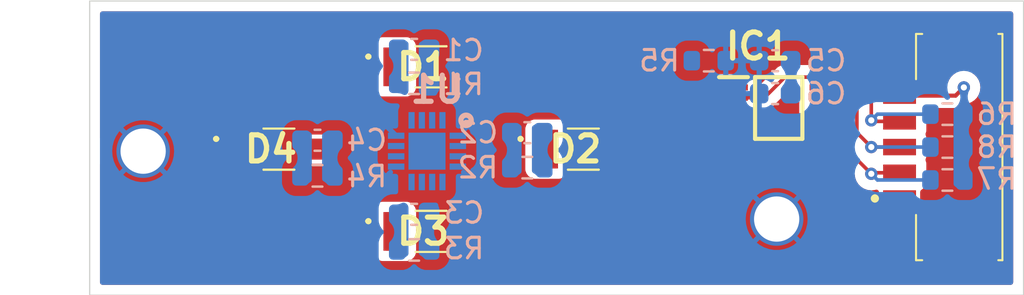
<source format=kicad_pcb>
(kicad_pcb (version 20240108) (generator "pcbnew") (generator_version "8.0")
  (layers (0 "F.Cu" signal) (31 "B.Cu" signal) (34 "B.Paste" user) (35 "F.Paste" user) (36 "B.SilkS" user "B.Silkscreen") (37 "F.SilkS" user "F.Silkscreen") (38 "B.Mask" user) (39 "F.Mask" user) (44 "Edge.Cuts" user))
  (net 0 "")
  (net 1 "/16bit I2C ADC/IN0")
  (net 2 "Net-(D1-ANODE_1)")
  (net 3 "Net-(D2-ANODE_1)")
  (net 4 "/16bit I2C ADC/IN1")
  (net 5 "Net-(D3-ANODE_1)")
  (net 6 "/16bit I2C ADC/IN2")
  (net 7 "Net-(D4-ANODE_1)")
  (net 8 "/16bit I2C ADC/IN3")
  (net 9 "GND")
  (net 10 "/16bit I2C ADC/SDA")
  (net 11 "/16bit I2C ADC/alert{slash}ready")
  (net 12 "/16bit I2C ADC/SLC")
  (net 13 "Net-(IC1-ADDR)")
  (net 14 "+3V3")
  (footprint "532610571TR250:532610571TR250" (layer "F.Cu") (at 176.975 67.1 90)
    (property "Reference" "J1" (hide yes))
    (property "Value" "53261-0571" (hide yes))
    (fp_line (start -2.4 -2) (end -2.4 -2) (stroke (width 0.2)) (layer "F.SilkS"))
    (fp_line (start -2.6 -2) (end -2.6 -2) (stroke (width 0.2)) (layer "F.SilkS"))
    (fp_line (start 5.5 0) (end 5.5 0.3) (stroke (width 0.1)) (layer "F.SilkS"))
    (fp_line (start 3.3 0) (end 5.5 0) (stroke (width 0.1)) (layer "F.SilkS"))
    (fp_line (start -3.3 0) (end -5.5 0) (stroke (width 0.1)) (layer "F.SilkS"))
    (fp_line (start -5.5 0) (end -5.5 0.3) (stroke (width 0.1)) (layer "F.SilkS"))
    (fp_line (start -5.5 4) (end -5.5 4.2) (stroke (width 0.1)) (layer "F.SilkS"))
    (fp_line (start 5.5 4.2) (end 5.5 4) (stroke (width 0.1)) (layer "F.SilkS"))
    (fp_line (start -5.5 4.2) (end 5.5 4.2) (stroke (width 0.1)) (layer "F.SilkS"))
    (fp_arc (start -2.4 -2) (mid -2.5 -1.9) (end -2.6 -2) (stroke (width 0.2)) (layer "F.SilkS"))
    (fp_arc (start -2.6 -2) (mid -2.5 -2.1) (end -2.4 -2) (stroke (width 0.2)) (layer "F.SilkS"))
    (pad "1" smd rect (at -2.5 -0.8 90) (size 0.8 1.6) (layers "F.Cu" "F.Paste" "F.Mask") (net 9 "GND"))
    (pad "2" smd rect (at -1.25 -0.8 90) (size 0.8 1.6) (layers "F.Cu" "F.Paste" "F.Mask") (net 10 "/16bit I2C ADC/SDA"))
    (pad "3" smd rect (at 0 -0.8 90) (size 0.8 1.6) (layers "F.Cu" "F.Paste" "F.Mask") (net 12 "/16bit I2C ADC/SLC"))
    (pad "4" smd rect (at 1.25 -0.8 90) (size 0.8 1.6) (layers "F.Cu" "F.Paste" "F.Mask") (net 11 "/16bit I2C ADC/alert{slash}ready"))
    (pad "5" smd rect (at 2.5 -0.8 90) (size 0.8 1.6) (layers "F.Cu" "F.Paste" "F.Mask") (net 14 "+3V3"))
    (pad "MP1" smd rect (at -5.05 2.1 90) (size 2.1 3) (layers "F.Cu" "F.Paste" "F.Mask") (net 9 "GND"))
    (pad "MP2" smd rect (at 5.05 2.1 90) (size 2.1 3) (layers "F.Cu" "F.Paste" "F.Mask") (net 9 "GND"))
  )
  (footprint "VEMD6060X01:VEMD6060X01" (layer "F.Cu") (at 153.4 71.2)
    (property "Reference" "D3" (at -0.39 0 0) (layer "F.SilkS") (effects (font (size 1.27 1.27) (thickness 0.254))))
    (property "Value" "VEMD6060X01" (hide yes))
    (fp_line (start -3.1 -0.5) (end -3.1 -0.5) (stroke (width 0.2)) (layer "F.SilkS"))
    (fp_line (start -3.1 -0.5) (end -3.1 -0.5) (stroke (width 0.2)) (layer "F.SilkS"))
    (fp_line (start -3 -0.5) (end -3 -0.5) (stroke (width 0.2)) (layer "F.SilkS"))
    (fp_line (start -0.75 -1) (end -0.75 -1) (stroke (width 0.1)) (layer "F.SilkS"))
    (fp_line (start -0.75 -1) (end 0.75 -1) (stroke (width 0.1)) (layer "F.SilkS"))
    (fp_line (start -0.75 1) (end -0.75 1) (stroke (width 0.1)) (layer "F.SilkS"))
    (fp_line (start -0.75 1) (end 0.75 1) (stroke (width 0.1)) (layer "F.SilkS"))
    (fp_line (start 0.75 -1) (end -0.75 -1) (stroke (width 0.1)) (layer "F.SilkS"))
    (fp_line (start 0.75 -1) (end 0.75 -1) (stroke (width 0.1)) (layer "F.SilkS"))
    (fp_line (start 0.75 1) (end -0.75 1) (stroke (width 0.1)) (layer "F.SilkS"))
    (fp_line (start 0.75 1) (end 0.75 1) (stroke (width 0.1)) (layer "F.SilkS"))
    (fp_arc (start -3.1 -0.5) (mid -3.05 -0.55) (end -3 -0.5) (stroke (width 0.2)) (layer "F.SilkS"))
    (fp_arc (start -3 -0.5) (mid -3.05 -0.45) (end -3.1 -0.5) (stroke (width 0.2)) (layer "F.SilkS"))
    (fp_arc (start -3 -0.5) (mid -3.05 -0.45) (end -3.1 -0.5) (stroke (width 0.2)) (layer "F.SilkS"))
    (pad "1" smd rect (at -1.775 -0.5 90) (size 0.88 1.09) (layers "F.Cu" "F.Paste" "F.Mask") (net 5 "Net-(D3-ANODE_1)"))
    (pad "2" smd rect (at -1.775 0.5 90) (size 0.88 1.09) (layers "F.Cu" "F.Paste" "F.Mask") (net 5 "Net-(D3-ANODE_1)"))
    (pad "3" smd rect (at 1.775 0 90) (size 1.02 1.09) (layers "F.Cu" "F.Paste" "F.Mask") (net 9 "GND"))
  )
  (footprint "VEMD6060X01:VEMD6060X01" (layer "F.Cu") (at 160.8 67.2)
    (property "Reference" "D2" (at -0.39 0 0) (layer "F.SilkS") (effects (font (size 1.27 1.27) (thickness 0.254))))
    (property "Value" "VEMD6060X01" (hide yes))
    (fp_line (start -3.1 -0.5) (end -3.1 -0.5) (stroke (width 0.2)) (layer "F.SilkS"))
    (fp_line (start -3.1 -0.5) (end -3.1 -0.5) (stroke (width 0.2)) (layer "F.SilkS"))
    (fp_line (start -3 -0.5) (end -3 -0.5) (stroke (width 0.2)) (layer "F.SilkS"))
    (fp_line (start -0.75 -1) (end -0.75 -1) (stroke (width 0.1)) (layer "F.SilkS"))
    (fp_line (start -0.75 -1) (end 0.75 -1) (stroke (width 0.1)) (layer "F.SilkS"))
    (fp_line (start -0.75 1) (end -0.75 1) (stroke (width 0.1)) (layer "F.SilkS"))
    (fp_line (start -0.75 1) (end 0.75 1) (stroke (width 0.1)) (layer "F.SilkS"))
    (fp_line (start 0.75 -1) (end -0.75 -1) (stroke (width 0.1)) (layer "F.SilkS"))
    (fp_line (start 0.75 -1) (end 0.75 -1) (stroke (width 0.1)) (layer "F.SilkS"))
    (fp_line (start 0.75 1) (end -0.75 1) (stroke (width 0.1)) (layer "F.SilkS"))
    (fp_line (start 0.75 1) (end 0.75 1) (stroke (width 0.1)) (layer "F.SilkS"))
    (fp_arc (start -3.1 -0.5) (mid -3.05 -0.55) (end -3 -0.5) (stroke (width 0.2)) (layer "F.SilkS"))
    (fp_arc (start -3 -0.5) (mid -3.05 -0.45) (end -3.1 -0.5) (stroke (width 0.2)) (layer "F.SilkS"))
    (fp_arc (start -3 -0.5) (mid -3.05 -0.45) (end -3.1 -0.5) (stroke (width 0.2)) (layer "F.SilkS"))
    (pad "1" smd rect (at -1.775 -0.5 90) (size 0.88 1.09) (layers "F.Cu" "F.Paste" "F.Mask") (net 3 "Net-(D2-ANODE_1)"))
    (pad "2" smd rect (at -1.775 0.5 90) (size 0.88 1.09) (layers "F.Cu" "F.Paste" "F.Mask") (net 3 "Net-(D2-ANODE_1)"))
    (pad "3" smd rect (at 1.775 0 90) (size 1.02 1.09) (layers "F.Cu" "F.Paste" "F.Mask") (net 9 "GND"))
  )
  (footprint "MountingHole:MountingHole_2.2mm_M2_ISO7380_Pad_TopOnly" (layer "F.Cu") (at 170.2 70.6)
    (property "Reference" "H2" (hide yes))
    (property "Value" "MountingHole_Pad")
    (pad "1" thru_hole circle (at 0 0) (size 2.6 2.6) (drill 2.2) (layers "*.Cu" "*.Mask") (net 9 "GND"))
    (pad "1" connect circle (at 0 0) (size 3.5 3.5) (layers "F.Cu" "F.Mask") (net 9 "GND"))
  )
  (footprint "VEMD6060X01:VEMD6060X01" (layer "F.Cu") (at 146 67.2)
    (property "Reference" "D4" (at -0.39 0 0) (layer "F.SilkS") (effects (font (size 1.27 1.27) (thickness 0.254))))
    (property "Value" "VEMD6060X01" (hide yes))
    (fp_line (start -3.1 -0.5) (end -3.1 -0.5) (stroke (width 0.2)) (layer "F.SilkS"))
    (fp_line (start -3.1 -0.5) (end -3.1 -0.5) (stroke (width 0.2)) (layer "F.SilkS"))
    (fp_line (start -3 -0.5) (end -3 -0.5) (stroke (width 0.2)) (layer "F.SilkS"))
    (fp_line (start -0.75 -1) (end -0.75 -1) (stroke (width 0.1)) (layer "F.SilkS"))
    (fp_line (start -0.75 -1) (end 0.75 -1) (stroke (width 0.1)) (layer "F.SilkS"))
    (fp_line (start -0.75 1) (end -0.75 1) (stroke (width 0.1)) (layer "F.SilkS"))
    (fp_line (start -0.75 1) (end 0.75 1) (stroke (width 0.1)) (layer "F.SilkS"))
    (fp_line (start 0.75 -1) (end -0.75 -1) (stroke (width 0.1)) (layer "F.SilkS"))
    (fp_line (start 0.75 -1) (end 0.75 -1) (stroke (width 0.1)) (layer "F.SilkS"))
    (fp_line (start 0.75 1) (end -0.75 1) (stroke (width 0.1)) (layer "F.SilkS"))
    (fp_line (start 0.75 1) (end 0.75 1) (stroke (width 0.1)) (layer "F.SilkS"))
    (fp_arc (start -3.1 -0.5) (mid -3.05 -0.55) (end -3 -0.5) (stroke (width 0.2)) (layer "F.SilkS"))
    (fp_arc (start -3 -0.5) (mid -3.05 -0.45) (end -3.1 -0.5) (stroke (width 0.2)) (layer "F.SilkS"))
    (fp_arc (start -3 -0.5) (mid -3.05 -0.45) (end -3.1 -0.5) (stroke (width 0.2)) (layer "F.SilkS"))
    (pad "1" smd rect (at -1.775 -0.5 90) (size 0.88 1.09) (layers "F.Cu" "F.Paste" "F.Mask") (net 7 "Net-(D4-ANODE_1)"))
    (pad "2" smd rect (at -1.775 0.5 90) (size 0.88 1.09) (layers "F.Cu" "F.Paste" "F.Mask") (net 7 "Net-(D4-ANODE_1)"))
    (pad "3" smd rect (at 1.775 0 90) (size 1.02 1.09) (layers "F.Cu" "F.Paste" "F.Mask") (net 9 "GND"))
  )
  (footprint "MountingHole:MountingHole_2.2mm_M2_ISO7380_Pad_TopOnly" (layer "F.Cu") (at 139.4 67.3)
    (property "Reference" "H1" (hide yes))
    (property "Value" "MountingHole_Pad")
    (pad "1" thru_hole circle (at 0 0) (size 2.6 2.6) (drill 2.2) (layers "*.Cu" "*.Mask") (net 9 "GND"))
    (pad "1" connect circle (at 0 0) (size 3.5 3.5) (layers "F.Cu" "F.Mask") (net 9 "GND"))
  )
  (footprint "ADS1115IDGSR:SOP50P490X110-10N" (layer "F.Cu") (at 170.3 65.2)
    (property "Reference" "IC1" (at -1 -3 0) (layer "F.SilkS") (effects (font (size 1.27 1.27) (thickness 0.254))))
    (property "Value" "ADS1115IDGSR" (hide yes))
    (fp_line (start -2.9 -1.5) (end -1.5 -1.5) (stroke (width 0.2)) (layer "F.SilkS"))
    (fp_line (start -1.15 -1.5) (end 1.15 -1.5) (stroke (width 0.2)) (layer "F.SilkS"))
    (fp_line (start -1.15 1.5) (end -1.15 -1.5) (stroke (width 0.2)) (layer "F.SilkS"))
    (fp_line (start 1.15 -1.5) (end 1.15 1.5) (stroke (width 0.2)) (layer "F.SilkS"))
    (fp_line (start 1.15 1.5) (end -1.15 1.5) (stroke (width 0.2)) (layer "F.SilkS"))
    (pad "1" smd rect (at -2.2 -1 90) (size 0.3 1.4) (layers "F.Cu" "F.Paste" "F.Mask") (net 13 "Net-(IC1-ADDR)"))
    (pad "2" smd rect (at -2.2 -0.5 90) (size 0.3 1.4) (layers "F.Cu" "F.Paste" "F.Mask") (net 11 "/16bit I2C ADC/alert{slash}ready"))
    (pad "3" smd rect (at -2.2 0 90) (size 0.3 1.4) (layers "F.Cu" "F.Paste" "F.Mask") (net 9 "GND"))
    (pad "4" smd rect (at -2.2 0.5 90) (size 0.3 1.4) (layers "F.Cu" "F.Paste" "F.Mask") (net 1 "/16bit I2C ADC/IN0"))
    (pad "5" smd rect (at -2.2 1 90) (size 0.3 1.4) (layers "F.Cu" "F.Paste" "F.Mask") (net 4 "/16bit I2C ADC/IN1"))
    (pad "6" smd rect (at 2.2 1 90) (size 0.3 1.4) (layers "F.Cu" "F.Paste" "F.Mask") (net 6 "/16bit I2C ADC/IN2"))
    (pad "7" smd rect (at 2.2 0.5 90) (size 0.3 1.4) (layers "F.Cu" "F.Paste" "F.Mask") (net 8 "/16bit I2C ADC/IN3"))
    (pad "8" smd rect (at 2.2 0 90) (size 0.3 1.4) (layers "F.Cu" "F.Paste" "F.Mask") (net 14 "+3V3"))
    (pad "9" smd rect (at 2.2 -0.5 90) (size 0.3 1.4) (layers "F.Cu" "F.Paste" "F.Mask") (net 10 "/16bit I2C ADC/SDA"))
    (pad "10" smd rect (at 2.2 -1 90) (size 0.3 1.4) (layers "F.Cu" "F.Paste" "F.Mask") (net 12 "/16bit I2C ADC/SLC"))
  )
  (footprint "VEMD6060X01:VEMD6060X01" (layer "F.Cu") (at 153.4 63.2)
    (property "Reference" "D1" (at -0.39 0 0) (layer "F.SilkS") (effects (font (size 1.27 1.27) (thickness 0.254))))
    (property "Value" "VEMD6060X01" (hide yes))
    (fp_line (start -3.1 -0.5) (end -3.1 -0.5) (stroke (width 0.2)) (layer "F.SilkS"))
    (fp_line (start -3.1 -0.5) (end -3.1 -0.5) (stroke (width 0.2)) (layer "F.SilkS"))
    (fp_line (start -3 -0.5) (end -3 -0.5) (stroke (width 0.2)) (layer "F.SilkS"))
    (fp_line (start -0.75 -1) (end -0.75 -1) (stroke (width 0.1)) (layer "F.SilkS"))
    (fp_line (start -0.75 -1) (end 0.75 -1) (stroke (width 0.1)) (layer "F.SilkS"))
    (fp_line (start -0.75 1) (end -0.75 1) (stroke (width 0.1)) (layer "F.SilkS"))
    (fp_line (start -0.75 1) (end 0.75 1) (stroke (width 0.1)) (layer "F.SilkS"))
    (fp_line (start 0.75 -1) (end -0.75 -1) (stroke (width 0.1)) (layer "F.SilkS"))
    (fp_line (start 0.75 -1) (end 0.75 -1) (stroke (width 0.1)) (layer "F.SilkS"))
    (fp_line (start 0.75 1) (end -0.75 1) (stroke (width 0.1)) (layer "F.SilkS"))
    (fp_line (start 0.75 1) (end 0.75 1) (stroke (width 0.1)) (layer "F.SilkS"))
    (fp_arc (start -3.1 -0.5) (mid -3.05 -0.55) (end -3 -0.5) (stroke (width 0.2)) (layer "F.SilkS"))
    (fp_arc (start -3 -0.5) (mid -3.05 -0.45) (end -3.1 -0.5) (stroke (width 0.2)) (layer "F.SilkS"))
    (fp_arc (start -3 -0.5) (mid -3.05 -0.45) (end -3.1 -0.5) (stroke (width 0.2)) (layer "F.SilkS"))
    (pad "1" smd rect (at -1.775 -0.5 90) (size 0.88 1.09) (layers "F.Cu" "F.Paste" "F.Mask") (net 2 "Net-(D1-ANODE_1)"))
    (pad "2" smd rect (at -1.775 0.5 90) (size 0.88 1.09) (layers "F.Cu" "F.Paste" "F.Mask") (net 2 "Net-(D1-ANODE_1)"))
    (pad "3" smd rect (at 1.775 0 90) (size 1.02 1.09) (layers "F.Cu" "F.Paste" "F.Mask") (net 9 "GND"))
  )
  (footprint "Resistor_SMD:R_0603_1608Metric" (layer "B.Cu") (at 178.5 65.5)
    (property "Reference" "R6" (at 2.4 0 0) (layer "B.SilkS") (effects (justify mirror)))
    (property "Value" "10K")
    (fp_line (start 0.237258 -0.5225) (end -0.237258 -0.5225) (stroke (width 0.12)) (layer "B.SilkS"))
    (fp_line (start 0.237258 0.5225) (end -0.237258 0.5225) (stroke (width 0.12)) (layer "B.SilkS"))
    (pad "1" smd roundrect (at -0.825 0) (size 0.8 0.95) (layers "B.Cu" "B.Paste" "B.Mask") (net 11 "/16bit I2C ADC/alert{slash}ready"))
    (pad "2" smd roundrect (at 0.825 0) (size 0.8 0.95) (layers "B.Cu" "B.Paste" "B.Mask") (net 14 "+3V3"))
  )
  (footprint "Capacitor_SMD:C_0603_1608Metric" (layer "B.Cu") (at 152.575 70.37)
    (property "Reference" "C3" (at 2.425 -0.07 360) (layer "B.SilkS") (effects (justify mirror)))
    (property "Value" "C")
    (fp_line (start 0.14058 -0.51) (end -0.14058 -0.51) (stroke (width 0.12)) (layer "B.SilkS"))
    (fp_line (start 0.14058 0.51) (end -0.14058 0.51) (stroke (width 0.12)) (layer "B.SilkS"))
    (pad "1" smd roundrect (at -0.775 0) (size 0.9 0.95) (layers "B.Cu" "B.Paste" "B.Mask") (net 5 "Net-(D3-ANODE_1)"))
    (pad "2" smd roundrect (at 0.775 0) (size 0.9 0.95) (layers "B.Cu" "B.Paste" "B.Mask") (net 6 "/16bit I2C ADC/IN2"))
  )
  (footprint "Resistor_SMD:R_0603_1608Metric" (layer "B.Cu") (at 178.5 68.7)
    (property "Reference" "R7" (at 2.4 -0.05 0) (layer "B.SilkS") (effects (justify mirror)))
    (property "Value" "10K")
    (fp_line (start 0.237258 -0.5225) (end -0.237258 -0.5225) (stroke (width 0.12)) (layer "B.SilkS"))
    (fp_line (start 0.237258 0.5225) (end -0.237258 0.5225) (stroke (width 0.12)) (layer "B.SilkS"))
    (pad "1" smd roundrect (at -0.825 0) (size 0.8 0.95) (layers "B.Cu" "B.Paste" "B.Mask") (net 10 "/16bit I2C ADC/SDA"))
    (pad "2" smd roundrect (at 0.825 0) (size 0.8 0.95) (layers "B.Cu" "B.Paste" "B.Mask") (net 14 "+3V3"))
  )
  (footprint "Resistor_SMD:R_0603_1608Metric" (layer "B.Cu") (at 152.575 64)
    (property "Reference" "R1" (at 2.4 0.05 360) (layer "B.SilkS") (effects (justify mirror)))
    (property "Value" "R")
    (fp_line (start 0.237258 -0.5225) (end -0.237258 -0.5225) (stroke (width 0.12)) (layer "B.SilkS"))
    (fp_line (start 0.237258 0.5225) (end -0.237258 0.5225) (stroke (width 0.12)) (layer "B.SilkS"))
    (pad "1" smd roundrect (at -0.825 0) (size 0.8 0.95) (layers "B.Cu" "B.Paste" "B.Mask") (net 2 "Net-(D1-ANODE_1)"))
    (pad "2" smd roundrect (at 0.825 0) (size 0.8 0.95) (layers "B.Cu" "B.Paste" "B.Mask") (net 1 "/16bit I2C ADC/IN0"))
  )
  (footprint "Resistor_SMD:R_0603_1608Metric" (layer "B.Cu") (at 152.575 72.1)
    (property "Reference" "R3" (at 2.425 -0.07 360) (layer "B.SilkS") (effects (justify mirror)))
    (property "Value" "R")
    (fp_line (start 0.237258 -0.5225) (end -0.237258 -0.5225) (stroke (width 0.12)) (layer "B.SilkS"))
    (fp_line (start 0.237258 0.5225) (end -0.237258 0.5225) (stroke (width 0.12)) (layer "B.SilkS"))
    (pad "1" smd roundrect (at -0.825 0) (size 0.8 0.95) (layers "B.Cu" "B.Paste" "B.Mask") (net 5 "Net-(D3-ANODE_1)"))
    (pad "2" smd roundrect (at 0.825 0) (size 0.8 0.95) (layers "B.Cu" "B.Paste" "B.Mask") (net 6 "/16bit I2C ADC/IN2"))
  )
  (footprint "Capacitor_SMD:C_0603_1608Metric" (layer "B.Cu") (at 158.075 66.4 180)
    (property "Reference" "C2" (at 2.4 0 360) (layer "B.SilkS") (effects (justify mirror)))
    (property "Value" "C")
    (fp_line (start 0.14058 0.51) (end -0.14058 0.51) (stroke (width 0.12)) (layer "B.SilkS"))
    (fp_line (start 0.14058 -0.51) (end -0.14058 -0.51) (stroke (width 0.12)) (layer "B.SilkS"))
    (pad "1" smd roundrect (at -0.775 0 180) (size 0.9 0.95) (layers "B.Cu" "B.Paste" "B.Mask") (net 3 "Net-(D2-ANODE_1)"))
    (pad "2" smd roundrect (at 0.775 0 180) (size 0.9 0.95) (layers "B.Cu" "B.Paste" "B.Mask") (net 4 "/16bit I2C ADC/IN1"))
  )
  (footprint "Capacitor_SMD:C_0603_1608Metric" (layer "B.Cu") (at 152.575 62.35)
    (property "Reference" "C1" (at 2.4 0.05 360) (layer "B.SilkS") (effects (justify mirror)))
    (property "Value" "C")
    (fp_line (start 0.14058 -0.51) (end -0.14058 -0.51) (stroke (width 0.12)) (layer "B.SilkS"))
    (fp_line (start 0.14058 0.51) (end -0.14058 0.51) (stroke (width 0.12)) (layer "B.SilkS"))
    (pad "1" smd roundrect (at -0.775 0) (size 0.9 0.95) (layers "B.Cu" "B.Paste" "B.Mask") (net 2 "Net-(D1-ANODE_1)"))
    (pad "2" smd roundrect (at 0.775 0) (size 0.9 0.95) (layers "B.Cu" "B.Paste" "B.Mask") (net 1 "/16bit I2C ADC/IN0"))
  )
  (footprint "Resistor_SMD:R_0603_1608Metric" (layer "B.Cu") (at 178.5 67.1)
    (property "Reference" "R8" (at 2.4 0 360) (layer "B.SilkS") (effects (justify mirror)))
    (property "Value" "10K")
    (fp_line (start 0.237258 -0.5225) (end -0.237258 -0.5225) (stroke (width 0.12)) (layer "B.SilkS"))
    (fp_line (start 0.237258 0.5225) (end -0.237258 0.5225) (stroke (width 0.12)) (layer "B.SilkS"))
    (pad "1" smd roundrect (at -0.825 0) (size 0.8 0.95) (layers "B.Cu" "B.Paste" "B.Mask") (net 12 "/16bit I2C ADC/SLC"))
    (pad "2" smd roundrect (at 0.825 0) (size 0.8 0.95) (layers "B.Cu" "B.Paste" "B.Mask") (net 14 "+3V3"))
  )
  (footprint "Resistor_SMD:R_0603_1608Metric" (layer "B.Cu") (at 166.9 62.9 180)
    (property "Reference" "R5" (at 2.4 0 0) (layer "B.SilkS") (effects (justify mirror)))
    (property "Value" "10K")
    (fp_line (start 0.237258 0.5225) (end -0.237258 0.5225) (stroke (width 0.12)) (layer "B.SilkS"))
    (fp_line (start 0.237258 -0.5225) (end -0.237258 -0.5225) (stroke (width 0.12)) (layer "B.SilkS"))
    (pad "1" smd roundrect (at -0.825 0 180) (size 0.8 0.95) (layers "B.Cu" "B.Paste" "B.Mask") (net 9 "GND"))
    (pad "2" smd roundrect (at 0.825 0 180) (size 0.8 0.95) (layers "B.Cu" "B.Paste" "B.Mask") (net 13 "Net-(IC1-ADDR)"))
  )
  (footprint "Capacitor_SMD:C_0603_1608Metric" (layer "B.Cu") (at 170.125 64.5)
    (property "Reference" "C6" (at 2.475 0 360) (layer "B.SilkS") (effects (justify mirror)))
    (property "Value" "100n")
    (fp_line (start 0.14058 -0.51) (end -0.14058 -0.51) (stroke (width 0.12)) (layer "B.SilkS"))
    (fp_line (start 0.14058 0.51) (end -0.14058 0.51) (stroke (width 0.12)) (layer "B.SilkS"))
    (pad "1" smd roundrect (at -0.775 0) (size 0.9 0.95) (layers "B.Cu" "B.Paste" "B.Mask") (net 9 "GND"))
    (pad "2" smd roundrect (at 0.775 0) (size 0.9 0.95) (layers "B.Cu" "B.Paste" "B.Mask") (net 14 "+3V3"))
  )
  (footprint "Resistor_SMD:R_0603_1608Metric" (layer "B.Cu") (at 158.075 68.1 180)
    (property "Reference" "R2" (at 2.4 0 360) (layer "B.SilkS") (effects (justify mirror)))
    (property "Value" "R")
    (fp_line (start 0.237258 0.5225) (end -0.237258 0.5225) (stroke (width 0.12)) (layer "B.SilkS"))
    (fp_line (start 0.237258 -0.5225) (end -0.237258 -0.5225) (stroke (width 0.12)) (layer "B.SilkS"))
    (pad "1" smd roundrect (at -0.825 0 180) (size 0.8 0.95) (layers "B.Cu" "B.Paste" "B.Mask") (net 3 "Net-(D2-ANODE_1)"))
    (pad "2" smd roundrect (at 0.825 0 180) (size 0.8 0.95) (layers "B.Cu" "B.Paste" "B.Mask") (net 4 "/16bit I2C ADC/IN1"))
  )
  (footprint "OA4MPA33Q:QFN50P300X300X100-17N" (layer "B.Cu") (at 153.2 67.3 180)
    (property "Reference" "U1" (at -0.5 3 0) (layer "B.SilkS") (effects (font (size 1.27 1.27) (thickness 0.254)) (justify mirror)))
    (property "Value" "~" (hide yes))
    (fp_circle (center -1.9 1.5) (end -1.775 1.5) (stroke (width 0.254)) (fill none) (layer "B.SilkS"))
    (pad "1" smd rect (at -1.5 0.75 90) (size 0.3 0.8) (layers "B.Cu" "B.Paste" "B.Mask") (net 9 "GND"))
    (pad "2" smd rect (at -1.5 0.25 90) (size 0.3 0.8) (layers "B.Cu" "B.Paste" "B.Mask") (net 14 "+3V3"))
    (pad "3" smd rect (at -1.5 -0.25 90) (size 0.3 0.8) (layers "B.Cu" "B.Paste" "B.Mask"))
    (pad "4" smd rect (at -1.5 -0.75 90) (size 0.3 0.8) (layers "B.Cu" "B.Paste" "B.Mask") (net 9 "GND"))
    (pad "5" smd rect (at -0.75 -1.5 180) (size 0.3 0.8) (layers "B.Cu" "B.Paste" "B.Mask") (net 3 "Net-(D2-ANODE_1)"))
    (pad "6" smd rect (at -0.25 -1.5 180) (size 0.3 0.8) (layers "B.Cu" "B.Paste" "B.Mask") (net 4 "/16bit I2C ADC/IN1"))
    (pad "7" smd rect (at 0.25 -1.5 180) (size 0.3 0.8) (layers "B.Cu" "B.Paste" "B.Mask") (net 6 "/16bit I2C ADC/IN2"))
    (pad "8" smd rect (at 0.75 -1.5 180) (size 0.3 0.8) (layers "B.Cu" "B.Paste" "B.Mask") (net 5 "Net-(D3-ANODE_1)"))
    (pad "9" smd rect (at 1.5 -0.75 90) (size 0.3 0.8) (layers "B.Cu" "B.Paste" "B.Mask") (net 9 "GND"))
    (pad "10" smd rect (at 1.5 -0.25 90) (size 0.3 0.8) (layers "B.Cu" "B.Paste" "B.Mask"))
    (pad "11" smd rect (at 1.5 0.25 90) (size 0.3 0.8) (layers "B.Cu" "B.Paste" "B.Mask") (net 9 "GND"))
    (pad "12" smd rect (at 1.5 0.75 90) (size 0.3 0.8) (layers "B.Cu" "B.Paste" "B.Mask") (net 9 "GND"))
    (pad "13" smd rect (at 0.75 1.5 180) (size 0.3 0.8) (layers "B.Cu" "B.Paste" "B.Mask") (net 7 "Net-(D4-ANODE_1)"))
    (pad "14" smd rect (at 0.25 1.5 180) (size 0.3 0.8) (layers "B.Cu" "B.Paste" "B.Mask") (net 8 "/16bit I2C ADC/IN3"))
    (pad "15" smd rect (at -0.25 1.5 180) (size 0.3 0.8) (layers "B.Cu" "B.Paste" "B.Mask") (net 1 "/16bit I2C ADC/IN0"))
    (pad "16" smd rect (at -0.75 1.5 180) (size 0.3 0.8) (layers "B.Cu" "B.Paste" "B.Mask") (net 2 "Net-(D1-ANODE_1)"))
    (pad "17" smd rect (at 0 0 180) (size 1.8 1.8) (layers "B.Cu" "B.Paste" "B.Mask"))
  )
  (footprint "Capacitor_SMD:C_0603_1608Metric" (layer "B.Cu") (at 170.125 62.9)
    (property "Reference" "C5" (at 2.475 0 360) (layer "B.SilkS") (effects (justify mirror)))
    (property "Value" "4.7u")
    (fp_line (start 0.14058 -0.51) (end -0.14058 -0.51) (stroke (width 0.12)) (layer "B.SilkS"))
    (fp_line (start 0.14058 0.51) (end -0.14058 0.51) (stroke (width 0.12)) (layer "B.SilkS"))
    (pad "1" smd roundrect (at -0.775 0) (size 0.9 0.95) (layers "B.Cu" "B.Paste" "B.Mask") (net 9 "GND"))
    (pad "2" smd roundrect (at 0.775 0) (size 0.9 0.95) (layers "B.Cu" "B.Paste" "B.Mask") (net 14 "+3V3"))
  )
  (footprint "Resistor_SMD:R_0603_1608Metric" (layer "B.Cu") (at 147.875 68.5)
    (property "Reference" "R4" (at 2.4 0.03 180) (layer "B.SilkS") (effects (justify mirror)))
    (property "Value" "R")
    (fp_line (start 0.237258 -0.5225) (end -0.237258 -0.5225) (stroke (width 0.12)) (layer "B.SilkS"))
    (fp_line (start 0.237258 0.5225) (end -0.237258 0.5225) (stroke (width 0.12)) (layer "B.SilkS"))
    (pad "1" smd roundrect (at -0.825 0) (size 0.8 0.95) (layers "B.Cu" "B.Paste" "B.Mask") (net 7 "Net-(D4-ANODE_1)"))
    (pad "2" smd roundrect (at 0.825 0) (size 0.8 0.95) (layers "B.Cu" "B.Paste" "B.Mask") (net 8 "/16bit I2C ADC/IN3"))
  )
  (footprint "Capacitor_SMD:C_0603_1608Metric" (layer "B.Cu") (at 147.875 66.77)
    (property "Reference" "C4" (at 2.4 0 180) (layer "B.SilkS") (effects (justify mirror)))
    (property "Value" "C")
    (fp_line (start 0.14058 -0.51) (end -0.14058 -0.51) (stroke (width 0.12)) (layer "B.SilkS"))
    (fp_line (start 0.14058 0.51) (end -0.14058 0.51) (stroke (width 0.12)) (layer "B.SilkS"))
    (pad "1" smd roundrect (at -0.775 0) (size 0.9 0.95) (layers "B.Cu" "B.Paste" "B.Mask") (net 7 "Net-(D4-ANODE_1)"))
    (pad "2" smd roundrect (at 0.775 0) (size 0.9 0.95) (layers "B.Cu" "B.Paste" "B.Mask") (net 8 "/16bit I2C ADC/IN3"))
  )
  (gr_rect (start 136.8 60) (end 182.2 74.3) (stroke (width 0.05)) (fill none) (layer "Edge.Cuts"))
  (gr_rect (start 136.8 60) (end 182.2 74.3) (stroke (width 0.05)) (fill none) (layer "Edge.Cuts"))
  (segment (start 173.7 64.95) (end 173.45 64.7) (width 0.175) (layer "F.Cu") (net 10))
  (segment (start 173.45 64.7) (end 172.5 64.7) (width 0.175) (layer "F.Cu") (net 10))
  (segment (start 173.7 67.3) (end 173.7 64.95) (width 0.175) (layer "F.Cu") (net 10))
  (segment (start 176.175 68.35) (end 174.85 68.35) (width 0.175) (layer "F.Cu") (net 10))
  (segment (start 174.8 68.4) (end 173.7 67.3) (width 0.175) (layer "F.Cu") (net 10))
  (segment (start 174.85 68.35) (end 174.8 68.4) (width 0.2) (layer "F.Cu") (net 10))
  (via (at 174.8 68.4) (size 0.6) (drill 0.3) (layers "F.Cu" "B.Cu") (net 10))
  (segment (start 175.1 68.7) (end 177.675 68.7) (width 0.175) (layer "B.Cu") (net 10))
  (segment (start 174.8 68.4) (end 175.1 68.7) (width 0.175) (layer "B.Cu") (net 10))
  (segment (start 174.8 64.8) (end 173.7 63.7) (width 0.175) (layer "F.Cu") (net 11))
  (segment (start 174.8 65.8) (end 174.8 64.8) (width 0.175) (layer "F.Cu") (net 11))
  (segment (start 170.6 63.7) (end 169.6 64.7) (width 0.175) (layer "F.Cu") (net 11))
  (segment (start 176.175 65.85) (end 174.85 65.85) (width 0.175) (layer "F.Cu") (net 11))
  (segment (start 169.6 64.7) (end 168.1 64.7) (width 0.175) (layer "F.Cu") (net 11))
  (segment (start 174.85 65.85) (end 174.8 65.8) (width 0.2) (layer "F.Cu") (net 11))
  (segment (start 173.7 63.7) (end 170.6 63.7) (width 0.175) (layer "F.Cu") (net 11))
  (via (at 174.8 65.8) (size 0.6) (drill 0.3) (layers "F.Cu" "B.Cu") (net 11))
  (segment (start 174.8 65.8) (end 175.1 65.5) (width 0.175) (layer "B.Cu") (net 11))
  (segment (start 175.1 65.5) (end 177.675 65.5) (width 0.175) (layer "B.Cu") (net 11))
  (segment (start 173.6 64.2) (end 172.5 64.2) (width 0.175) (layer "F.Cu") (net 12))
  (segment (start 174.1 64.7) (end 173.6 64.2) (width 0.175) (layer "F.Cu") (net 12))
  (segment (start 174.8 67.1) (end 174.1 66.4) (width 0.175) (layer "F.Cu") (net 12))
  (segment (start 174.1 66.4) (end 174.1 64.7) (width 0.175) (layer "F.Cu") (net 12))
  (segment (start 176.175 67.1) (end 174.8 67.1) (width 0.175) (layer "F.Cu") (net 12))
  (via (at 174.8 67.1) (size 0.6) (drill 0.3) (layers "F.Cu" "B.Cu") (net 12))
  (segment (start 174.8 67.1) (end 177.675 67.1) (width 0.175) (layer "B.Cu") (net 12))
  (segment (start 176.175 64.6) (end 178.9 64.6) (width 0.2) (layer "F.Cu") (net 14))
  (segment (start 178.9 64.6) (end 179.3 64.2) (width 0.2) (layer "F.Cu") (net 14))
  (via (at 179.3 64.2) (size 0.6) (drill 0.3) (layers "F.Cu" "B.Cu") (net 14))
  (zone (net 7) (net_name "Net-(D4-ANODE_1)") (layer "F.Cu") (connect_pads yes (clearance 0.5)) (min_thickness 0.25) (fill yes (thermal_gap 0.5) (thermal_bridge_width 0.5) (smoothing fillet) (radius 0.25))
    (polygon (pts (xy 143.5 66.2) (xy 143.5 68.2) (xy 144.9 68.2) (xy 144.9 66.2)))
  )
  (zone (net 5) (net_name "Net-(D3-ANODE_1)") (layer "F.Cu") (connect_pads yes (clearance 0.5)) (min_thickness 0.25) (fill yes (thermal_gap 0.5) (thermal_bridge_width 0.5) (smoothing fillet) (radius 0.25))
    (polygon (pts (xy 150.9 70.2) (xy 150.9 72.2) (xy 152.3 72.2) (xy 152.3 70.2)))
  )
  (zone (net 3) (net_name "Net-(D2-ANODE_1)") (layer "F.Cu") (connect_pads yes (clearance 0.5)) (min_thickness 0.25) (fill yes (thermal_gap 0.5) (thermal_bridge_width 0.5) (smoothing fillet) (radius 0.25))
    (polygon (pts (xy 158.3 66.2) (xy 158.3 68.2) (xy 159.7 68.2) (xy 159.7 66.2)))
  )
  (zone (net 2) (net_name "Net-(D1-ANODE_1)") (layer "F.Cu") (connect_pads yes (clearance 0.5)) (min_thickness 0.25) (fill yes (thermal_gap 0.5) (thermal_bridge_width 0.5) (smoothing fillet) (radius 0.25))
    (polygon (pts (xy 150.9 62.2) (xy 150.9 64.2) (xy 152.3 64.2) (xy 152.3 62.2)))
  )
  (zone (net 9) (net_name "GND") (layers "F&B.Cu") (priority 1) (connect_pads (clearance 0.5)) (min_thickness 0.25) (fill yes (thermal_gap 0.2) (thermal_bridge_width 0.25) (smoothing fillet) (radius 0.25))
    (polygon (pts (xy 136.8 60) (xy 136.8 74.2) (xy 182.2 74.2) (xy 182.2 60)))
  )
  (zone (net 14) (net_name "+3V3") (layer "B.Cu") (connect_pads yes (clearance 0.5)) (min_thickness 0.25) (fill yes (thermal_gap 0.5) (thermal_bridge_width 0.5) (smoothing fillet) (radius 0.25))
    (polygon (pts (xy 171.4 62.2) (xy 171.4 65.1) (xy 170.4 65.1) (xy 170.4 62.2)))
  )
  (zone (net 8) (net_name "/16bit I2C ADC/IN3") (layer "B.Cu") (connect_pads yes (clearance 0.5)) (min_thickness 0.25) (fill yes (thermal_gap 0.5) (thermal_bridge_width 0.5) (smoothing fillet) (radius 0.25))
    (polygon (pts (xy 149.2 66.2) (xy 149.2 69.1) (xy 148.1 69.1) (xy 148.1 66.2)))
  )
  (zone (net 4) (net_name "/16bit I2C ADC/IN1") (layer "B.Cu") (connect_pads yes (clearance 0.5)) (min_thickness 0.25) (fill yes (thermal_gap 0.5) (thermal_bridge_width 0.5) (smoothing fillet) (radius 0.25))
    (polygon (pts (xy 157.8 65.8) (xy 157.8 68.7) (xy 156.8 68.7) (xy 156.8 65.8)))
  )
  (zone (net 3) (net_name "Net-(D2-ANODE_1)") (layer "B.Cu") (connect_pads yes (clearance 0.5)) (min_thickness 0.25) (fill yes (thermal_gap 0.5) (thermal_bridge_width 0.5) (smoothing fillet) (radius 0.25))
    (polygon (pts (xy 159.4 65.8) (xy 159.4 68.7) (xy 158.3 68.7) (xy 158.3 65.8)))
  )
  (zone (net 14) (net_name "+3V3") (layer "B.Cu") (connect_pads yes (clearance 0.5)) (min_thickness 0.25) (fill yes (thermal_gap 0.5) (thermal_bridge_width 0.5) (smoothing fillet) (radius 0.25))
    (polygon (pts (xy 179.9 63.7) (xy 179.9 69.4) (xy 178.8 69.4) (xy 178.8 63.7)))
  )
  (zone (net 1) (net_name "/16bit I2C ADC/IN0") (layer "B.Cu") (connect_pads yes (clearance 0.5)) (min_thickness 0.25) (fill yes (thermal_gap 0.5) (thermal_bridge_width 0.5) (smoothing fillet) (radius 0.25))
    (polygon (pts (xy 153.9 61.7) (xy 153.9 64.6) (xy 152.8 64.6) (xy 152.8 61.7)))
  )
  (zone (net 7) (net_name "Net-(D4-ANODE_1)") (layer "B.Cu") (connect_pads yes (clearance 0.5)) (min_thickness 0.25) (fill yes (thermal_gap 0.5) (thermal_bridge_width 0.5) (smoothing fillet) (radius 0.25))
    (polygon (pts (xy 147.6 66.2) (xy 147.6 69.1) (xy 146.5 69.1) (xy 146.5 66.2)))
  )
  (zone (net 5) (net_name "Net-(D3-ANODE_1)") (layer "B.Cu") (connect_pads yes (clearance 0.5)) (min_thickness 0.25) (fill yes (thermal_gap 0.5) (thermal_bridge_width 0.5) (smoothing fillet) (radius 0.25))
    (polygon (pts (xy 152.3 69.8) (xy 152.3 72.7) (xy 151.2 72.7) (xy 151.2 69.8)))
  )
  (zone (net 6) (net_name "/16bit I2C ADC/IN2") (layer "B.Cu") (connect_pads yes (clearance 0.5)) (min_thickness 0.25) (fill yes (thermal_gap 0.5) (thermal_bridge_width 0.5) (smoothing fillet) (radius 0.25))
    (polygon (pts (xy 153.9 69.8) (xy 153.9 72.7) (xy 152.8 72.7) (xy 152.8 69.8)))
  )
  (zone (net 2) (net_name "Net-(D1-ANODE_1)") (layer "B.Cu") (connect_pads yes (clearance 0.5)) (min_thickness 0.25) (fill yes (thermal_gap 0.5) (thermal_bridge_width 0.5) (smoothing fillet) (radius 0.25))
    (polygon (pts (xy 152.3 61.7) (xy 152.3 64.6) (xy 151.2 64.6) (xy 151.2 61.7)))
  )
)
</source>
